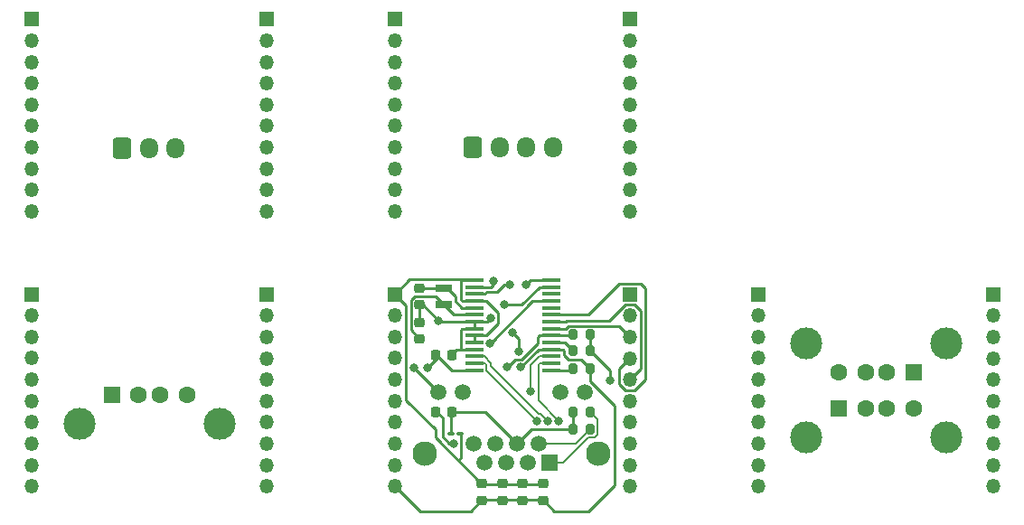
<source format=gbr>
%TF.GenerationSoftware,KiCad,Pcbnew,7.0.7*%
%TF.CreationDate,2023-10-06T18:16:36-06:00*%
%TF.ProjectId,Modular_Interfaces,4d6f6475-6c61-4725-9f49-6e7465726661,rev?*%
%TF.SameCoordinates,Original*%
%TF.FileFunction,Copper,L2,Bot*%
%TF.FilePolarity,Positive*%
%FSLAX46Y46*%
G04 Gerber Fmt 4.6, Leading zero omitted, Abs format (unit mm)*
G04 Created by KiCad (PCBNEW 7.0.7) date 2023-10-06 18:16:36*
%MOMM*%
%LPD*%
G01*
G04 APERTURE LIST*
G04 Aperture macros list*
%AMRoundRect*
0 Rectangle with rounded corners*
0 $1 Rounding radius*
0 $2 $3 $4 $5 $6 $7 $8 $9 X,Y pos of 4 corners*
0 Add a 4 corners polygon primitive as box body*
4,1,4,$2,$3,$4,$5,$6,$7,$8,$9,$2,$3,0*
0 Add four circle primitives for the rounded corners*
1,1,$1+$1,$2,$3*
1,1,$1+$1,$4,$5*
1,1,$1+$1,$6,$7*
1,1,$1+$1,$8,$9*
0 Add four rect primitives between the rounded corners*
20,1,$1+$1,$2,$3,$4,$5,0*
20,1,$1+$1,$4,$5,$6,$7,0*
20,1,$1+$1,$6,$7,$8,$9,0*
20,1,$1+$1,$8,$9,$2,$3,0*%
G04 Aperture macros list end*
%TA.AperFunction,ComponentPad*%
%ADD10R,1.350000X1.350000*%
%TD*%
%TA.AperFunction,ComponentPad*%
%ADD11O,1.350000X1.350000*%
%TD*%
%TA.AperFunction,ComponentPad*%
%ADD12RoundRect,0.250000X-0.600000X-0.725000X0.600000X-0.725000X0.600000X0.725000X-0.600000X0.725000X0*%
%TD*%
%TA.AperFunction,ComponentPad*%
%ADD13O,1.700000X1.950000*%
%TD*%
%TA.AperFunction,ComponentPad*%
%ADD14R,1.600000X1.600000*%
%TD*%
%TA.AperFunction,ComponentPad*%
%ADD15C,1.600000*%
%TD*%
%TA.AperFunction,ComponentPad*%
%ADD16C,3.000000*%
%TD*%
%TA.AperFunction,ComponentPad*%
%ADD17R,1.500000X1.500000*%
%TD*%
%TA.AperFunction,ComponentPad*%
%ADD18C,1.500000*%
%TD*%
%TA.AperFunction,ComponentPad*%
%ADD19C,2.300000*%
%TD*%
%TA.AperFunction,SMDPad,CuDef*%
%ADD20RoundRect,0.225000X-0.250000X0.225000X-0.250000X-0.225000X0.250000X-0.225000X0.250000X0.225000X0*%
%TD*%
%TA.AperFunction,SMDPad,CuDef*%
%ADD21RoundRect,0.200000X0.200000X0.275000X-0.200000X0.275000X-0.200000X-0.275000X0.200000X-0.275000X0*%
%TD*%
%TA.AperFunction,SMDPad,CuDef*%
%ADD22RoundRect,0.100000X0.217500X0.100000X-0.217500X0.100000X-0.217500X-0.100000X0.217500X-0.100000X0*%
%TD*%
%TA.AperFunction,SMDPad,CuDef*%
%ADD23R,1.500000X0.800000*%
%TD*%
%TA.AperFunction,SMDPad,CuDef*%
%ADD24RoundRect,0.200000X-0.200000X-0.275000X0.200000X-0.275000X0.200000X0.275000X-0.200000X0.275000X0*%
%TD*%
%TA.AperFunction,SMDPad,CuDef*%
%ADD25RoundRect,0.225000X-0.225000X-0.250000X0.225000X-0.250000X0.225000X0.250000X-0.225000X0.250000X0*%
%TD*%
%TA.AperFunction,SMDPad,CuDef*%
%ADD26RoundRect,0.225000X0.225000X0.250000X-0.225000X0.250000X-0.225000X-0.250000X0.225000X-0.250000X0*%
%TD*%
%TA.AperFunction,SMDPad,CuDef*%
%ADD27RoundRect,0.225000X0.250000X-0.225000X0.250000X0.225000X-0.250000X0.225000X-0.250000X-0.225000X0*%
%TD*%
%TA.AperFunction,SMDPad,CuDef*%
%ADD28R,1.750000X0.450000*%
%TD*%
%TA.AperFunction,ViaPad*%
%ADD29C,0.800000*%
%TD*%
%TA.AperFunction,Conductor*%
%ADD30C,0.250000*%
%TD*%
%TA.AperFunction,Conductor*%
%ADD31C,0.200000*%
%TD*%
G04 APERTURE END LIST*
D10*
%TO.P,J16,1,Pin_1*%
%TO.N,Net-(J14-Pin_3)*%
X124800000Y-33420000D03*
D11*
%TO.P,J16,2,Pin_2*%
%TO.N,Net-(J14-Pin_4)*%
X124800000Y-35420000D03*
%TO.P,J16,3,Pin_3*%
%TO.N,unconnected-(J16-Pin_3-Pad3)*%
X124800000Y-37420000D03*
%TO.P,J16,4,Pin_4*%
%TO.N,unconnected-(J16-Pin_4-Pad4)*%
X124800000Y-39420000D03*
%TO.P,J16,5,Pin_5*%
%TO.N,unconnected-(J16-Pin_5-Pad5)*%
X124800000Y-41420000D03*
%TO.P,J16,6,Pin_6*%
%TO.N,unconnected-(J16-Pin_6-Pad6)*%
X124800000Y-43420000D03*
%TO.P,J16,7,Pin_7*%
%TO.N,unconnected-(J16-Pin_7-Pad7)*%
X124800000Y-45420000D03*
%TO.P,J16,8,Pin_8*%
%TO.N,unconnected-(J16-Pin_8-Pad8)*%
X124800000Y-47420000D03*
%TO.P,J16,9,Pin_9*%
%TO.N,unconnected-(J16-Pin_9-Pad9)*%
X124800000Y-49420000D03*
%TO.P,J16,10,Pin_10*%
%TO.N,unconnected-(J16-Pin_10-Pad10)*%
X124800000Y-51420000D03*
%TD*%
D10*
%TO.P,J15,1,Pin_1*%
%TO.N,Net-(J14-Pin_1)*%
X102830000Y-33430000D03*
D11*
%TO.P,J15,2,Pin_2*%
%TO.N,unconnected-(J15-Pin_2-Pad2)*%
X102830000Y-35430000D03*
%TO.P,J15,3,Pin_3*%
%TO.N,unconnected-(J15-Pin_3-Pad3)*%
X102830000Y-37430000D03*
%TO.P,J15,4,Pin_4*%
%TO.N,unconnected-(J15-Pin_4-Pad4)*%
X102830000Y-39430000D03*
%TO.P,J15,5,Pin_5*%
%TO.N,unconnected-(J15-Pin_5-Pad5)*%
X102830000Y-41430000D03*
%TO.P,J15,6,Pin_6*%
%TO.N,unconnected-(J15-Pin_6-Pad6)*%
X102830000Y-43430000D03*
%TO.P,J15,7,Pin_7*%
%TO.N,unconnected-(J15-Pin_7-Pad7)*%
X102830000Y-45430000D03*
%TO.P,J15,8,Pin_8*%
%TO.N,unconnected-(J15-Pin_8-Pad8)*%
X102830000Y-47430000D03*
%TO.P,J15,9,Pin_9*%
%TO.N,unconnected-(J15-Pin_9-Pad9)*%
X102830000Y-49430000D03*
%TO.P,J15,10,Pin_10*%
%TO.N,Net-(J14-Pin_2)*%
X102830000Y-51430000D03*
%TD*%
D12*
%TO.P,J14,1,Pin_1*%
%TO.N,Net-(J14-Pin_1)*%
X110100000Y-45390000D03*
D13*
%TO.P,J14,2,Pin_2*%
%TO.N,Net-(J14-Pin_2)*%
X112600000Y-45390000D03*
%TO.P,J14,3,Pin_3*%
%TO.N,Net-(J14-Pin_3)*%
X115100000Y-45390000D03*
%TO.P,J14,4,Pin_4*%
%TO.N,Net-(J14-Pin_4)*%
X117600000Y-45390000D03*
%TD*%
D10*
%TO.P,J6,1,Pin_1*%
%TO.N,Net-(J4-D-)*%
X90760000Y-59200000D03*
D11*
%TO.P,J6,2,Pin_2*%
%TO.N,Net-(J4-D+)*%
X90760000Y-61200000D03*
%TO.P,J6,3,Pin_3*%
%TO.N,unconnected-(J6-Pin_3-Pad3)*%
X90760000Y-63200000D03*
%TO.P,J6,4,Pin_4*%
%TO.N,unconnected-(J6-Pin_4-Pad4)*%
X90760000Y-65200000D03*
%TO.P,J6,5,Pin_5*%
%TO.N,unconnected-(J6-Pin_5-Pad5)*%
X90760000Y-67200000D03*
%TO.P,J6,6,Pin_6*%
%TO.N,unconnected-(J6-Pin_6-Pad6)*%
X90760000Y-69200000D03*
%TO.P,J6,7,Pin_7*%
%TO.N,unconnected-(J6-Pin_7-Pad7)*%
X90760000Y-71200000D03*
%TO.P,J6,8,Pin_8*%
%TO.N,unconnected-(J6-Pin_8-Pad8)*%
X90760000Y-73200000D03*
%TO.P,J6,9,Pin_9*%
%TO.N,unconnected-(J6-Pin_9-Pad9)*%
X90760000Y-75200000D03*
%TO.P,J6,10,Pin_10*%
%TO.N,unconnected-(J6-Pin_10-Pad10)*%
X90760000Y-77200000D03*
%TD*%
D10*
%TO.P,J10,1,Pin_1*%
%TO.N,Net-(J10-Pin_1)*%
X158826493Y-59198801D03*
D11*
%TO.P,J10,2,Pin_2*%
%TO.N,Net-(J10-Pin_2)*%
X158826493Y-61198801D03*
%TO.P,J10,3,Pin_3*%
%TO.N,unconnected-(J10-Pin_3-Pad3)*%
X158826493Y-63198801D03*
%TO.P,J10,4,Pin_4*%
%TO.N,unconnected-(J10-Pin_4-Pad4)*%
X158826493Y-65198801D03*
%TO.P,J10,5,Pin_5*%
%TO.N,unconnected-(J10-Pin_5-Pad5)*%
X158826493Y-67198801D03*
%TO.P,J10,6,Pin_6*%
%TO.N,unconnected-(J10-Pin_6-Pad6)*%
X158826493Y-69198801D03*
%TO.P,J10,7,Pin_7*%
%TO.N,unconnected-(J10-Pin_7-Pad7)*%
X158826493Y-71198801D03*
%TO.P,J10,8,Pin_8*%
%TO.N,unconnected-(J10-Pin_8-Pad8)*%
X158826493Y-73198801D03*
%TO.P,J10,9,Pin_9*%
%TO.N,unconnected-(J10-Pin_9-Pad9)*%
X158826493Y-75198801D03*
%TO.P,J10,10,Pin_10*%
%TO.N,unconnected-(J10-Pin_10-Pad10)*%
X158826493Y-77198801D03*
%TD*%
D10*
%TO.P,J5,1,Pin_1*%
%TO.N,Net-(J4-VBUS)*%
X68780000Y-59190000D03*
D11*
%TO.P,J5,2,Pin_2*%
%TO.N,unconnected-(J5-Pin_2-Pad2)*%
X68780000Y-61190000D03*
%TO.P,J5,3,Pin_3*%
%TO.N,unconnected-(J5-Pin_3-Pad3)*%
X68780000Y-63190000D03*
%TO.P,J5,4,Pin_4*%
%TO.N,unconnected-(J5-Pin_4-Pad4)*%
X68780000Y-65190000D03*
%TO.P,J5,5,Pin_5*%
%TO.N,unconnected-(J5-Pin_5-Pad5)*%
X68780000Y-67190000D03*
%TO.P,J5,6,Pin_6*%
%TO.N,unconnected-(J5-Pin_6-Pad6)*%
X68780000Y-69190000D03*
%TO.P,J5,7,Pin_7*%
%TO.N,unconnected-(J5-Pin_7-Pad7)*%
X68780000Y-71190000D03*
%TO.P,J5,8,Pin_8*%
%TO.N,unconnected-(J5-Pin_8-Pad8)*%
X68780000Y-73190000D03*
%TO.P,J5,9,Pin_9*%
%TO.N,unconnected-(J5-Pin_9-Pad9)*%
X68780000Y-75190000D03*
%TO.P,J5,10,Pin_10*%
%TO.N,Net-(J4-GND)*%
X68780000Y-77190000D03*
%TD*%
D10*
%TO.P,J2,1,Pin_1*%
%TO.N,/VCC*%
X102829285Y-59195000D03*
D11*
%TO.P,J2,2,Pin_2*%
%TO.N,unconnected-(J2-Pin_2-Pad2)*%
X102829285Y-61195000D03*
%TO.P,J2,3,Pin_3*%
%TO.N,unconnected-(J2-Pin_3-Pad3)*%
X102829285Y-63195000D03*
%TO.P,J2,4,Pin_4*%
%TO.N,unconnected-(J2-Pin_4-Pad4)*%
X102829285Y-65195000D03*
%TO.P,J2,5,Pin_5*%
%TO.N,unconnected-(J2-Pin_5-Pad5)*%
X102829285Y-67195000D03*
%TO.P,J2,6,Pin_6*%
%TO.N,/CS*%
X102829285Y-69195000D03*
%TO.P,J2,7,Pin_7*%
%TO.N,/INT*%
X102829285Y-71195000D03*
%TO.P,J2,8,Pin_8*%
%TO.N,unconnected-(J2-Pin_8-Pad8)*%
X102829285Y-73195000D03*
%TO.P,J2,9,Pin_9*%
%TO.N,unconnected-(J2-Pin_9-Pad9)*%
X102829285Y-75195000D03*
%TO.P,J2,10,Pin_10*%
%TO.N,/GND*%
X102829285Y-77195000D03*
%TD*%
D10*
%TO.P,J9,1,Pin_1*%
%TO.N,Net-(J7-VBUS)*%
X136846493Y-59188801D03*
D11*
%TO.P,J9,2,Pin_2*%
%TO.N,Net-(J7-D+)*%
X136846493Y-61188801D03*
%TO.P,J9,3,Pin_3*%
%TO.N,Net-(J7-D-)*%
X136846493Y-63188801D03*
%TO.P,J9,4,Pin_4*%
%TO.N,unconnected-(J9-Pin_4-Pad4)*%
X136846493Y-65188801D03*
%TO.P,J9,5,Pin_5*%
%TO.N,unconnected-(J9-Pin_5-Pad5)*%
X136846493Y-67188801D03*
%TO.P,J9,6,Pin_6*%
%TO.N,unconnected-(J9-Pin_6-Pad6)*%
X136846493Y-69188801D03*
%TO.P,J9,7,Pin_7*%
%TO.N,unconnected-(J9-Pin_7-Pad7)*%
X136846493Y-71188801D03*
%TO.P,J9,8,Pin_8*%
%TO.N,unconnected-(J9-Pin_8-Pad8)*%
X136846493Y-73188801D03*
%TO.P,J9,9,Pin_9*%
%TO.N,unconnected-(J9-Pin_9-Pad9)*%
X136846493Y-75188801D03*
%TO.P,J9,10,Pin_10*%
%TO.N,Net-(J7-GND)*%
X136846493Y-77188801D03*
%TD*%
D10*
%TO.P,J3,1,Pin_1*%
%TO.N,unconnected-(J3-Pin_1-Pad1)*%
X124830249Y-59200000D03*
D11*
%TO.P,J3,2,Pin_2*%
%TO.N,unconnected-(J3-Pin_2-Pad2)*%
X124830249Y-61200000D03*
%TO.P,J3,3,Pin_3*%
%TO.N,/SCK*%
X124830249Y-63200000D03*
%TO.P,J3,4,Pin_4*%
%TO.N,/MISO*%
X124830249Y-65200000D03*
%TO.P,J3,5,Pin_5*%
%TO.N,/MOSI*%
X124830249Y-67200000D03*
%TO.P,J3,6,Pin_6*%
%TO.N,unconnected-(J3-Pin_6-Pad6)*%
X124830249Y-69200000D03*
%TO.P,J3,7,Pin_7*%
%TO.N,unconnected-(J3-Pin_7-Pad7)*%
X124830249Y-71200000D03*
%TO.P,J3,8,Pin_8*%
%TO.N,unconnected-(J3-Pin_8-Pad8)*%
X124830249Y-73200000D03*
%TO.P,J3,9,Pin_9*%
%TO.N,unconnected-(J3-Pin_9-Pad9)*%
X124830249Y-75200000D03*
%TO.P,J3,10,Pin_10*%
%TO.N,unconnected-(J3-Pin_10-Pad10)*%
X124830249Y-77200000D03*
%TD*%
D14*
%TO.P,J8,1,VBUS*%
%TO.N,Net-(J7-VBUS)*%
X144406493Y-69868801D03*
D15*
%TO.P,J8,2,D-*%
%TO.N,Net-(J10-Pin_1)*%
X146906493Y-69868801D03*
%TO.P,J8,3,D+*%
%TO.N,Net-(J10-Pin_2)*%
X148906493Y-69868801D03*
%TO.P,J8,4,GND*%
%TO.N,Net-(J7-GND)*%
X151406493Y-69868801D03*
D16*
%TO.P,J8,5,Shield*%
X141336493Y-72578801D03*
X154476493Y-72578801D03*
%TD*%
D14*
%TO.P,J4,1,VBUS*%
%TO.N,Net-(J4-VBUS)*%
X76310200Y-68610800D03*
D15*
%TO.P,J4,2,D-*%
%TO.N,Net-(J4-D-)*%
X78810200Y-68610800D03*
%TO.P,J4,3,D+*%
%TO.N,Net-(J4-D+)*%
X80810200Y-68610800D03*
%TO.P,J4,4,GND*%
%TO.N,Net-(J4-GND)*%
X83310200Y-68610800D03*
D16*
%TO.P,J4,5,Shield*%
X73240200Y-71320800D03*
X86380200Y-71320800D03*
%TD*%
D14*
%TO.P,J7,1,VBUS*%
%TO.N,Net-(J7-VBUS)*%
X151406493Y-66488001D03*
D15*
%TO.P,J7,2,D-*%
%TO.N,Net-(J7-D-)*%
X148906493Y-66488001D03*
%TO.P,J7,3,D+*%
%TO.N,Net-(J7-D+)*%
X146906493Y-66488001D03*
%TO.P,J7,4,GND*%
%TO.N,Net-(J7-GND)*%
X144406493Y-66488001D03*
D16*
%TO.P,J7,5,Shield*%
X154476493Y-63778001D03*
X141336493Y-63778001D03*
%TD*%
D12*
%TO.P,J11,1,Pin_1*%
%TO.N,Net-(J11-Pin_1)*%
X77270000Y-45470000D03*
D13*
%TO.P,J11,2,Pin_2*%
%TO.N,Net-(J11-Pin_2)*%
X79770000Y-45470000D03*
%TO.P,J11,3,Pin_3*%
%TO.N,Net-(J11-Pin_3)*%
X82270000Y-45470000D03*
%TD*%
D17*
%TO.P,J1,1*%
%TO.N,/TPOUT+*%
X117332249Y-74980000D03*
D18*
%TO.P,J1,2*%
%TO.N,/TPOUT-*%
X116316249Y-73200000D03*
%TO.P,J1,3*%
%TO.N,/TPIN+*%
X115300249Y-74980000D03*
%TO.P,J1,4*%
%TO.N,Net-(C9-Pad1)*%
X114284249Y-73200000D03*
%TO.P,J1,5*%
%TO.N,unconnected-(J1-Pad5)*%
X113268249Y-74980000D03*
%TO.P,J1,6*%
%TO.N,/TPIN-*%
X112252249Y-73200000D03*
%TO.P,J1,7*%
%TO.N,unconnected-(J1-Pad7)*%
X111236249Y-74980000D03*
%TO.P,J1,8*%
%TO.N,unconnected-(J1-Pad8)*%
X110220249Y-73200000D03*
%TO.P,J1,9*%
%TO.N,Net-(J1-Pad9)*%
X120632249Y-68380000D03*
%TO.P,J1,10*%
%TO.N,/LEDB*%
X118342249Y-68380000D03*
%TO.P,J1,11*%
%TO.N,Net-(J1-Pad11)*%
X109202249Y-68380000D03*
%TO.P,J1,12*%
%TO.N,/LEDA*%
X106912249Y-68380000D03*
D19*
%TO.P,J1,SH*%
%TO.N,N/C*%
X121902249Y-74090000D03*
X105642249Y-74090000D03*
%TD*%
D10*
%TO.P,J13,1,Pin_1*%
%TO.N,Net-(J11-Pin_3)*%
X90780000Y-33430000D03*
D11*
%TO.P,J13,2,Pin_2*%
%TO.N,unconnected-(J13-Pin_2-Pad2)*%
X90780000Y-35430000D03*
%TO.P,J13,3,Pin_3*%
%TO.N,unconnected-(J13-Pin_3-Pad3)*%
X90780000Y-37430000D03*
%TO.P,J13,4,Pin_4*%
%TO.N,unconnected-(J13-Pin_4-Pad4)*%
X90780000Y-39430000D03*
%TO.P,J13,5,Pin_5*%
%TO.N,unconnected-(J13-Pin_5-Pad5)*%
X90780000Y-41430000D03*
%TO.P,J13,6,Pin_6*%
%TO.N,unconnected-(J13-Pin_6-Pad6)*%
X90780000Y-43430000D03*
%TO.P,J13,7,Pin_7*%
%TO.N,unconnected-(J13-Pin_7-Pad7)*%
X90780000Y-45430000D03*
%TO.P,J13,8,Pin_8*%
%TO.N,unconnected-(J13-Pin_8-Pad8)*%
X90780000Y-47430000D03*
%TO.P,J13,9,Pin_9*%
%TO.N,unconnected-(J13-Pin_9-Pad9)*%
X90780000Y-49430000D03*
%TO.P,J13,10,Pin_10*%
%TO.N,unconnected-(J13-Pin_10-Pad10)*%
X90780000Y-51430000D03*
%TD*%
D10*
%TO.P,J12,1,Pin_1*%
%TO.N,Net-(J11-Pin_1)*%
X68790000Y-33430000D03*
D11*
%TO.P,J12,2,Pin_2*%
%TO.N,unconnected-(J12-Pin_2-Pad2)*%
X68790000Y-35430000D03*
%TO.P,J12,3,Pin_3*%
%TO.N,unconnected-(J12-Pin_3-Pad3)*%
X68790000Y-37430000D03*
%TO.P,J12,4,Pin_4*%
%TO.N,unconnected-(J12-Pin_4-Pad4)*%
X68790000Y-39430000D03*
%TO.P,J12,5,Pin_5*%
%TO.N,unconnected-(J12-Pin_5-Pad5)*%
X68790000Y-41430000D03*
%TO.P,J12,6,Pin_6*%
%TO.N,unconnected-(J12-Pin_6-Pad6)*%
X68790000Y-43430000D03*
%TO.P,J12,7,Pin_7*%
%TO.N,unconnected-(J12-Pin_7-Pad7)*%
X68790000Y-45430000D03*
%TO.P,J12,8,Pin_8*%
%TO.N,unconnected-(J12-Pin_8-Pad8)*%
X68790000Y-47430000D03*
%TO.P,J12,9,Pin_9*%
%TO.N,unconnected-(J12-Pin_9-Pad9)*%
X68790000Y-49430000D03*
%TO.P,J12,10,Pin_10*%
%TO.N,Net-(J11-Pin_2)*%
X68790000Y-51430000D03*
%TD*%
D20*
%TO.P,C5,1*%
%TO.N,/VCC*%
X110977285Y-76955000D03*
%TO.P,C5,2*%
%TO.N,/GND*%
X110977285Y-78505000D03*
%TD*%
D21*
%TO.P,R5,1*%
%TO.N,/TPOUT-*%
X121122285Y-71850000D03*
%TO.P,R5,2*%
%TO.N,Net-(C9-Pad1)*%
X119472285Y-71850000D03*
%TD*%
%TO.P,R1,1*%
%TO.N,/VCC*%
X121129285Y-62970000D03*
%TO.P,R1,2*%
%TO.N,/CS*%
X119479285Y-62970000D03*
%TD*%
D22*
%TO.P,L1,1,1*%
%TO.N,/VCC*%
X108894785Y-72230000D03*
%TO.P,L1,2,2*%
%TO.N,Net-(C9-Pad1)*%
X108079785Y-72230000D03*
%TD*%
D21*
%TO.P,R2,1*%
%TO.N,/VCC*%
X121129285Y-64495000D03*
%TO.P,R2,2*%
%TO.N,Net-(U1-~{RESET})*%
X119479285Y-64495000D03*
%TD*%
D23*
%TO.P,Y1,1,1*%
%TO.N,Net-(U1-OSC1)*%
X107367285Y-60130000D03*
%TO.P,Y1,2,2*%
%TO.N,Net-(U1-OSC2)*%
X107367285Y-58630000D03*
%TD*%
D24*
%TO.P,R3,1*%
%TO.N,Net-(U1-RBIAS)*%
X119479285Y-66145000D03*
%TO.P,R3,2*%
%TO.N,/GND*%
X121129285Y-66145000D03*
%TD*%
%TO.P,R4,1*%
%TO.N,Net-(C9-Pad1)*%
X119482285Y-70200000D03*
%TO.P,R4,2*%
%TO.N,/TPOUT+*%
X121132285Y-70200000D03*
%TD*%
D20*
%TO.P,C8,1*%
%TO.N,/VCC*%
X116677285Y-76955000D03*
%TO.P,C8,2*%
%TO.N,/GND*%
X116677285Y-78505000D03*
%TD*%
%TO.P,C6,1*%
%TO.N,/VCC*%
X112877285Y-76955000D03*
%TO.P,C6,2*%
%TO.N,/GND*%
X112877285Y-78505000D03*
%TD*%
D25*
%TO.P,C4,1*%
%TO.N,/VCC*%
X106616785Y-64880000D03*
%TO.P,C4,2*%
%TO.N,/GND*%
X108166785Y-64880000D03*
%TD*%
D26*
%TO.P,C9,1*%
%TO.N,Net-(C9-Pad1)*%
X108177285Y-70200000D03*
%TO.P,C9,2*%
%TO.N,/GND*%
X106627285Y-70200000D03*
%TD*%
D27*
%TO.P,C3,1*%
%TO.N,/GND*%
X105140249Y-60170000D03*
%TO.P,C3,2*%
%TO.N,Net-(U1-OSC2)*%
X105140249Y-58620000D03*
%TD*%
D20*
%TO.P,C7,1*%
%TO.N,/VCC*%
X114777285Y-76955000D03*
%TO.P,C7,2*%
%TO.N,/GND*%
X114777285Y-78505000D03*
%TD*%
D28*
%TO.P,U1,1,VCAP*%
%TO.N,Net-(U1-VCAP)*%
X117430249Y-57870000D03*
%TO.P,U1,2,VSS*%
%TO.N,/GND*%
X117430249Y-58520000D03*
%TO.P,U1,3,CLKOUT*%
%TO.N,unconnected-(U1-CLKOUT-Pad3)*%
X117430249Y-59170000D03*
%TO.P,U1,4,~{INT}*%
%TO.N,/INT*%
X117430249Y-59820000D03*
%TO.P,U1,5,~{WOL}*%
%TO.N,unconnected-(U1-~{WOL}-Pad5)*%
X117430249Y-60470000D03*
%TO.P,U1,6,SO*%
%TO.N,/MISO*%
X117430249Y-61120000D03*
%TO.P,U1,7,SI*%
%TO.N,/MOSI*%
X117430249Y-61770000D03*
%TO.P,U1,8,SCK*%
%TO.N,/SCK*%
X117430249Y-62420000D03*
%TO.P,U1,9,~{CS}*%
%TO.N,/CS*%
X117430249Y-63070000D03*
%TO.P,U1,10,~{RESET}*%
%TO.N,Net-(U1-~{RESET})*%
X117430249Y-63720000D03*
%TO.P,U1,11,VSSRX*%
%TO.N,/GND*%
X117430249Y-64370000D03*
%TO.P,U1,12,TPIN-*%
%TO.N,/TPIN-*%
X117430249Y-65020000D03*
%TO.P,U1,13,TPIN+*%
%TO.N,/TPIN+*%
X117430249Y-65670000D03*
%TO.P,U1,14,RBIAS*%
%TO.N,Net-(U1-RBIAS)*%
X117430249Y-66320000D03*
%TO.P,U1,15,VDDTX*%
%TO.N,/VCC*%
X110230249Y-66320000D03*
%TO.P,U1,16,TPOUT-*%
%TO.N,/TPOUT-*%
X110230249Y-65670000D03*
%TO.P,U1,17,TPOUT+*%
%TO.N,/TPOUT+*%
X110230249Y-65020000D03*
%TO.P,U1,18,VSSTX*%
%TO.N,/GND*%
X110230249Y-64370000D03*
%TO.P,U1,19,VDDRX*%
%TO.N,/VCC*%
X110230249Y-63720000D03*
%TO.P,U1,20,VDDPLL*%
X110230249Y-63070000D03*
%TO.P,U1,21,VSSPLL*%
%TO.N,/GND*%
X110230249Y-62420000D03*
%TO.P,U1,22,VSSOSC*%
X110230249Y-61770000D03*
%TO.P,U1,23,OSC1*%
%TO.N,Net-(U1-OSC1)*%
X110230249Y-61120000D03*
%TO.P,U1,24,OSC2*%
%TO.N,Net-(U1-OSC2)*%
X110230249Y-60470000D03*
%TO.P,U1,25,VDDOSC*%
%TO.N,/VCC*%
X110230249Y-59820000D03*
%TO.P,U1,26,LEDB*%
%TO.N,/LEDB*%
X110230249Y-59170000D03*
%TO.P,U1,27,LEDA*%
%TO.N,/LEDA*%
X110230249Y-58520000D03*
%TO.P,U1,28,VDD*%
%TO.N,/VCC*%
X110230249Y-57870000D03*
%TD*%
D20*
%TO.P,C2,1*%
%TO.N,/GND*%
X105137285Y-61817500D03*
%TO.P,C2,2*%
%TO.N,Net-(U1-OSC1)*%
X105137285Y-63367500D03*
%TD*%
D29*
%TO.N,*%
X113577285Y-58300000D03*
X111703787Y-63762642D03*
X115554785Y-68306911D03*
X118182003Y-71070000D03*
X122939285Y-67283891D03*
X111767285Y-61430000D03*
X105887285Y-66070000D03*
X116142569Y-71070000D03*
X106917285Y-61690000D03*
X113047285Y-60170000D03*
X114617285Y-66010000D03*
X114391788Y-64560500D03*
X112057285Y-57980000D03*
X113837285Y-62810000D03*
X115067285Y-58300000D03*
X113295206Y-66010000D03*
X108297285Y-73170000D03*
X104561785Y-66070000D03*
X117157285Y-71070000D03*
%TD*%
D30*
%TO.N,/VCC*%
X108894785Y-72230000D02*
X109022285Y-72357500D01*
X109029285Y-59720000D02*
X109029285Y-57945000D01*
X110977285Y-77017500D02*
X112877285Y-77017500D01*
X114777285Y-77017500D02*
X116677285Y-77017500D01*
X122939285Y-66305000D02*
X122939285Y-67283891D01*
X110229285Y-59820000D02*
X109129285Y-59820000D01*
X111354285Y-63070000D02*
X110229285Y-63070000D01*
X103837285Y-60203000D02*
X102829285Y-59195000D01*
X109129285Y-59820000D02*
X109029285Y-59720000D01*
X103837285Y-69099000D02*
X103837285Y-60203000D01*
X106679285Y-64880000D02*
X106679285Y-65278000D01*
X112492285Y-61932000D02*
X111354285Y-63070000D01*
X109022285Y-74505000D02*
X108757285Y-74770000D01*
X111354285Y-59820000D02*
X112492285Y-60958000D01*
X110179285Y-57820000D02*
X104204285Y-57820000D01*
X106592285Y-71854000D02*
X106592285Y-72632500D01*
X109022285Y-72357500D02*
X109022285Y-74505000D01*
X112492285Y-60958000D02*
X112492285Y-61932000D01*
X106592285Y-72632500D02*
X110977285Y-77017500D01*
X109104285Y-57870000D02*
X110229285Y-57870000D01*
X110229285Y-57870000D02*
X110179285Y-57820000D01*
X104204285Y-57820000D02*
X102829285Y-59195000D01*
X110229285Y-63070000D02*
X110229285Y-63720000D01*
X110229285Y-66320000D02*
X108119285Y-66320000D01*
X108119285Y-66320000D02*
X106679285Y-64880000D01*
X121129285Y-62970000D02*
X121129285Y-64495000D01*
X121129285Y-64495000D02*
X122939285Y-66305000D01*
X106592285Y-71854000D02*
X103837285Y-69099000D01*
X110229285Y-59820000D02*
X111354285Y-59820000D01*
X109029285Y-57945000D02*
X109104285Y-57870000D01*
X112877285Y-77017500D02*
X114777285Y-77017500D01*
X106679285Y-65278000D02*
X105887285Y-66070000D01*
%TO.N,/GND*%
X123372285Y-77093427D02*
X120945712Y-79520000D01*
X105154285Y-79520000D02*
X102829285Y-77195000D01*
X121129285Y-66145000D02*
X120279285Y-65295000D01*
X121702285Y-67934720D02*
X121702285Y-67945000D01*
X109029285Y-64295000D02*
X109029285Y-62495000D01*
X120945712Y-79520000D02*
X117754785Y-79520000D01*
X114391788Y-63364503D02*
X114391788Y-64560500D01*
X109104285Y-62420000D02*
X110229285Y-62420000D01*
X105337285Y-60110000D02*
X105137285Y-60110000D01*
X123372285Y-69615000D02*
X123372285Y-77093427D01*
X107274785Y-72555000D02*
X107889785Y-73170000D01*
X105137285Y-60110000D02*
X105137285Y-61880000D01*
X110229285Y-61770000D02*
X111427285Y-61770000D01*
X113047285Y-60170000D02*
X114682590Y-60170000D01*
X120279285Y-65295000D02*
X119052285Y-65295000D01*
X119052285Y-65295000D02*
X118629285Y-64872000D01*
X110229285Y-64370000D02*
X109104285Y-64370000D01*
X121129285Y-67361720D02*
X121702285Y-67934720D01*
X106917285Y-61690000D02*
X105337285Y-60110000D01*
X110229285Y-64370000D02*
X108614285Y-64370000D01*
X114682590Y-60170000D02*
X116332590Y-58520000D01*
X118554285Y-64370000D02*
X117429285Y-64370000D01*
X118629285Y-64872000D02*
X118629285Y-64445000D01*
X109029285Y-62495000D02*
X109104285Y-62420000D01*
X116677285Y-78442500D02*
X114777285Y-78442500D01*
X113837285Y-62810000D02*
X114391788Y-63364503D01*
X107889785Y-73170000D02*
X108297285Y-73170000D01*
X106997285Y-61770000D02*
X110229285Y-61770000D01*
X111427285Y-61770000D02*
X111767285Y-61430000D01*
X110977285Y-78442500D02*
X109899785Y-79520000D01*
X117429285Y-64370000D02*
X116257285Y-64370000D01*
X109899785Y-79520000D02*
X105154285Y-79520000D01*
X106689785Y-70200000D02*
X107274785Y-70785000D01*
X106917285Y-61690000D02*
X106997285Y-61770000D01*
X110229285Y-61770000D02*
X110229285Y-62420000D01*
X109104285Y-64370000D02*
X109029285Y-64295000D01*
X117754785Y-79520000D02*
X116677285Y-78442500D01*
X118629285Y-64445000D02*
X118554285Y-64370000D01*
X112877285Y-78442500D02*
X110977285Y-78442500D01*
X108614285Y-64370000D02*
X108104285Y-64880000D01*
X116332590Y-58520000D02*
X117429285Y-58520000D01*
X116257285Y-64370000D02*
X114617285Y-66010000D01*
X114777285Y-78442500D02*
X112877285Y-78442500D01*
X106689785Y-70200000D02*
X106689785Y-70512521D01*
X121129285Y-66145000D02*
X121129285Y-67361720D01*
X121702285Y-67945000D02*
X123372285Y-69615000D01*
X107274785Y-70785000D02*
X107274785Y-72555000D01*
%TO.N,Net-(U1-OSC1)*%
X108357285Y-61120000D02*
X110229285Y-61120000D01*
X104337285Y-59719683D02*
X104337285Y-62567500D01*
X107367285Y-60130000D02*
X106634785Y-59397500D01*
X106634785Y-59397500D02*
X104659468Y-59397500D01*
X104659468Y-59397500D02*
X104337285Y-59719683D01*
X104337285Y-62567500D02*
X105137285Y-63367500D01*
X107367285Y-60130000D02*
X108357285Y-61120000D01*
%TO.N,Net-(U1-OSC2)*%
X105144785Y-58630000D02*
X105137285Y-58622500D01*
X107717285Y-58630000D02*
X108497285Y-59410000D01*
X107367285Y-58630000D02*
X107717285Y-58630000D01*
X108497285Y-59410000D02*
X108497285Y-59863000D01*
X107367285Y-58630000D02*
X105144785Y-58630000D01*
X109104285Y-60470000D02*
X110229285Y-60470000D01*
X108497285Y-59863000D02*
X109104285Y-60470000D01*
%TO.N,Net-(C9-Pad1)*%
X115629285Y-71850000D02*
X114279285Y-73200000D01*
X119472285Y-71850000D02*
X115629285Y-71850000D01*
X108114785Y-70200000D02*
X111279285Y-70200000D01*
X111279285Y-70200000D02*
X114279285Y-73200000D01*
X107917285Y-70460000D02*
X108177285Y-70200000D01*
X108079785Y-72230000D02*
X108079785Y-70297500D01*
X107917285Y-70397500D02*
X108114785Y-70200000D01*
X119482285Y-70200000D02*
X119482285Y-71840000D01*
X119482285Y-71840000D02*
X119472285Y-71850000D01*
X108079785Y-70297500D02*
X108177285Y-70200000D01*
%TO.N,Net-(U1-VCAP)*%
X115067285Y-58300000D02*
X115497285Y-57870000D01*
X115497285Y-57870000D02*
X117429285Y-57870000D01*
D31*
%TO.N,/TPOUT+*%
X118557971Y-74980000D02*
X117327285Y-74980000D01*
X111804285Y-65629314D02*
X111804285Y-65917000D01*
X121822285Y-72335000D02*
X121517285Y-72640000D01*
X116457285Y-70370000D02*
X117157285Y-71070000D01*
X111194971Y-65020000D02*
X111804285Y-65629314D01*
X120897971Y-72640000D02*
X118557971Y-74980000D01*
X111804285Y-65917000D02*
X116257285Y-70370000D01*
X121822285Y-70890000D02*
X121822285Y-72335000D01*
X110229285Y-65020000D02*
X111194971Y-65020000D01*
X121517285Y-72640000D02*
X120897971Y-72640000D01*
X116257285Y-70370000D02*
X116457285Y-70370000D01*
X121132285Y-70200000D02*
X121822285Y-70890000D01*
%TO.N,/TPOUT-*%
X116127285Y-71070000D02*
X116142569Y-71070000D01*
X119772285Y-73200000D02*
X116311285Y-73200000D01*
X111404285Y-66347000D02*
X116127285Y-71070000D01*
X121122285Y-71850000D02*
X119772285Y-73200000D01*
X111404285Y-65795000D02*
X111404285Y-66347000D01*
X111279285Y-65670000D02*
X111404285Y-65795000D01*
X110229285Y-65670000D02*
X111279285Y-65670000D01*
%TO.N,/TPIN+*%
X116254285Y-69142282D02*
X118182003Y-71070000D01*
X116379285Y-65670000D02*
X116254285Y-65795000D01*
X116254285Y-65795000D02*
X116254285Y-69142282D01*
X117429285Y-65670000D02*
X116379285Y-65670000D01*
%TO.N,/TPIN-*%
X117429285Y-65020000D02*
X116354285Y-65020000D01*
X115554785Y-65819500D02*
X115554785Y-68306911D01*
X116354285Y-65020000D02*
X115554785Y-65819500D01*
D30*
%TO.N,/LEDB*%
X113082590Y-58280000D02*
X112392590Y-58970000D01*
X111429285Y-58970000D02*
X111229285Y-59170000D01*
X111229285Y-59170000D02*
X110229285Y-59170000D01*
X113577285Y-58280000D02*
X113082590Y-58280000D01*
X112392590Y-58970000D02*
X111429285Y-58970000D01*
%TO.N,/LEDA*%
X104561785Y-66070000D02*
X104597285Y-66070000D01*
X110229285Y-58520000D02*
X111817285Y-58520000D01*
X111817285Y-58520000D02*
X112057285Y-58280000D01*
X104597285Y-66070000D02*
X106907285Y-68380000D01*
%TO.N,/CS*%
X113327608Y-66046677D02*
X114089285Y-65285000D01*
X114705889Y-65285000D02*
X116229285Y-63761604D01*
X116329285Y-63070000D02*
X117429285Y-63070000D01*
X117429285Y-63070000D02*
X119379285Y-63070000D01*
X116229285Y-63170000D02*
X116329285Y-63070000D01*
X113295206Y-66046677D02*
X113327608Y-66046677D01*
X114089285Y-65285000D02*
X114705889Y-65285000D01*
X116229285Y-63761604D02*
X116229285Y-63170000D01*
X119379285Y-63070000D02*
X119479285Y-62970000D01*
%TO.N,/INT*%
X111703787Y-63762642D02*
X111764643Y-63762642D01*
X115707285Y-59820000D02*
X117429285Y-59820000D01*
X111764643Y-63762642D02*
X115707285Y-59820000D01*
%TO.N,/SCK*%
X117429285Y-62420000D02*
X118811823Y-62420000D01*
X118811823Y-62420000D02*
X119061823Y-62170000D01*
X123804285Y-62170000D02*
X124829285Y-63195000D01*
X119061823Y-62170000D02*
X123804285Y-62170000D01*
%TO.N,/MISO*%
X126279285Y-67159214D02*
X125243499Y-68195000D01*
X123829285Y-66195000D02*
X124829285Y-65195000D01*
X120904285Y-61120000D02*
X123829285Y-58195000D01*
X123829285Y-58195000D02*
X125829285Y-58195000D01*
X125829285Y-58195000D02*
X126279285Y-58645000D01*
X117429285Y-61120000D02*
X120904285Y-61120000D01*
X123829285Y-67609214D02*
X123829285Y-66195000D01*
X126279285Y-58645000D02*
X126279285Y-67159214D01*
X124415071Y-68195000D02*
X123829285Y-67609214D01*
X125243499Y-68195000D02*
X124415071Y-68195000D01*
%TO.N,/MOSI*%
X122890071Y-61720000D02*
X124415071Y-60195000D01*
X125829285Y-60780786D02*
X125829285Y-66195000D01*
X125829285Y-66195000D02*
X124829285Y-67195000D01*
X125243499Y-60195000D02*
X125829285Y-60780786D01*
X118825427Y-61770000D02*
X118875427Y-61720000D01*
X124415071Y-60195000D02*
X125243499Y-60195000D01*
X117429285Y-61770000D02*
X118825427Y-61770000D01*
X118875427Y-61720000D02*
X122890071Y-61720000D01*
%TO.N,Net-(U1-~{RESET})*%
X118704285Y-63720000D02*
X119479285Y-64495000D01*
X117429285Y-63720000D02*
X118704285Y-63720000D01*
%TO.N,Net-(U1-RBIAS)*%
X119304285Y-66320000D02*
X119479285Y-66145000D01*
X117429285Y-66320000D02*
X119304285Y-66320000D01*
%TD*%
M02*

</source>
